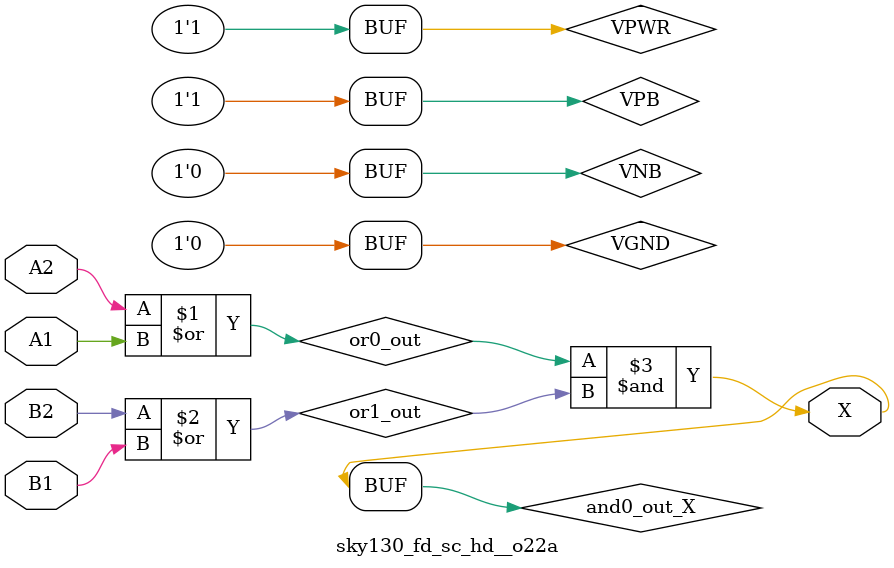
<source format=v>
/*
 * Copyright 2020 The SkyWater PDK Authors
 *
 * Licensed under the Apache License, Version 2.0 (the "License");
 * you may not use this file except in compliance with the License.
 * You may obtain a copy of the License at
 *
 *     https://www.apache.org/licenses/LICENSE-2.0
 *
 * Unless required by applicable law or agreed to in writing, software
 * distributed under the License is distributed on an "AS IS" BASIS,
 * WITHOUT WARRANTIES OR CONDITIONS OF ANY KIND, either express or implied.
 * See the License for the specific language governing permissions and
 * limitations under the License.
 *
 * SPDX-License-Identifier: Apache-2.0
*/


`ifndef SKY130_FD_SC_HD__O22A_BEHAVIORAL_V
`define SKY130_FD_SC_HD__O22A_BEHAVIORAL_V

/**
 * o22a: 2-input OR into both inputs of 2-input AND.
 *
 *       X = ((A1 | A2) & (B1 | B2))
 *
 * Verilog simulation functional model.
 */

`timescale 1ns / 1ps
`default_nettype none

`celldefine
module sky130_fd_sc_hd__o22a (
    X ,
    A1,
    A2,
    B1,
    B2
);

    // Module ports
    output X ;
    input  A1;
    input  A2;
    input  B1;
    input  B2;

    // Module supplies
    supply1 VPWR;
    supply0 VGND;
    supply1 VPB ;
    supply0 VNB ;

    // Local signals
    wire or0_out   ;
    wire or1_out   ;
    wire and0_out_X;

    //  Name  Output      Other arguments
    or  or0  (or0_out   , A2, A1          );
    or  or1  (or1_out   , B2, B1          );
    and and0 (and0_out_X, or0_out, or1_out);
    buf buf0 (X         , and0_out_X      );

endmodule
`endcelldefine

`default_nettype wire
`endif  // SKY130_FD_SC_HD__O22A_BEHAVIORAL_V
</source>
